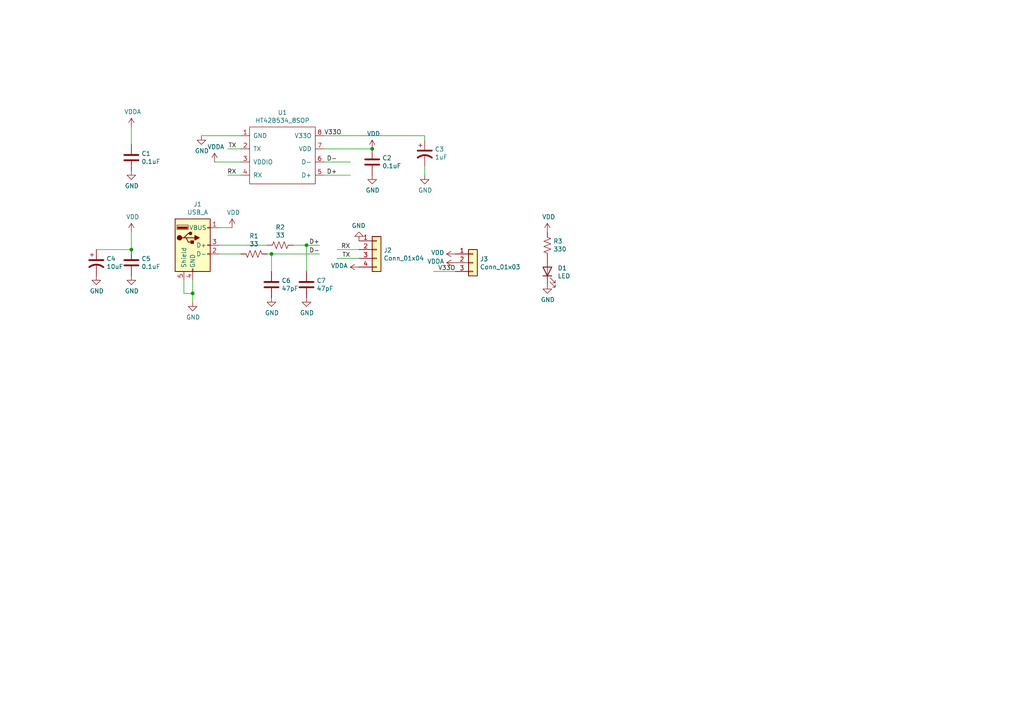
<source format=kicad_sch>
(kicad_sch (version 20230121) (generator eeschema)
  (paper "A4")
  (lib_symbols
    (symbol "Connector_Generic:Conn_01x03" (pin_names (offset 1.016) hide)
      (property "Reference" "J" (at 0 5.08 0))
      (property "Value" "Conn_01x03" (at 0 -5.08 0))
      (symbol "Conn_01x03_1_1"
        (rectangle (start -1.27 -2.413) (end 0 -2.667) (stroke (width 0.1524)))
        (rectangle (start -1.27 0.127) (end 0 -0.127) (stroke (width 0.1524)))
        (rectangle (start -1.27 2.667) (end 0 2.413) (stroke (width 0.1524)))
        (rectangle (start -1.27 3.81) (end 1.27 -3.81) (stroke (width 0.254)) (fill (type background)))
        (pin passive line (at -5.08 2.54 0) (length 3.81) (name "Pin_1") (number "1"))
        (pin passive line (at -5.08 0 0) (length 3.81) (name "Pin_2") (number "2"))
        (pin passive line (at -5.08 -2.54 0) (length 3.81) (name "Pin_3") (number "3"))
      )
    )
    (symbol "Connector_Generic:Conn_01x04" (pin_names (offset 1.016) hide)
      (property "Reference" "J" (at 0 5.08 0))
      (property "Value" "Conn_01x04" (at 0 -7.62 0))
      (symbol "Conn_01x04_1_1"
        (rectangle (start -1.27 -4.953) (end 0 -5.207) (stroke (width 0.1524)))
        (rectangle (start -1.27 -2.413) (end 0 -2.667) (stroke (width 0.1524)))
        (rectangle (start -1.27 0.127) (end 0 -0.127) (stroke (width 0.1524)))
        (rectangle (start -1.27 2.667) (end 0 2.413) (stroke (width 0.1524)))
        (rectangle (start -1.27 3.81) (end 1.27 -6.35) (stroke (width 0.254)) (fill (type background)))
        (pin passive line (at -5.08 2.54 0) (length 3.81) (name "Pin_1") (number "1"))
        (pin passive line (at -5.08 0 0) (length 3.81) (name "Pin_2") (number "2"))
        (pin passive line (at -5.08 -2.54 0) (length 3.81) (name "Pin_3") (number "3"))
        (pin passive line (at -5.08 -5.08 0) (length 3.81) (name "Pin_4") (number "4"))
      )
    )
    (symbol "Custom:HT42B534_8SOP" (pin_names (offset 1.016))
      (property "Reference" "U" (at -8.89 12.7 0))
      (property "Value" "HT42B534_8SOP" (at 3.81 12.7 0))
      (property "Product" "https://item.szlcsc.com/504007.html" (at 0 0 0))
      (symbol "HT42B534_8SOP_0_1"
        (rectangle (start -10.16 11.43) (end 8.89 -5.08))
      )
      (symbol "HT42B534_8SOP_1_1"
        (pin power_in line (at -12.7 8.89 0) (length 2.54) (name "GND") (number "1"))
        (pin output line (at -12.7 5.08 0) (length 2.54) (name "TX") (number "2"))
        (pin input line (at -12.7 1.27 0) (length 2.54) (name "VDDIO") (number "3"))
        (pin input line (at -12.7 -2.54 0) (length 2.54) (name "RX") (number "4"))
        (pin bidirectional line (at 11.43 -2.54 180) (length 2.54) (name "D+") (number "5"))
        (pin bidirectional line (at 11.43 1.27 180) (length 2.54) (name "D-") (number "6"))
        (pin power_in line (at 11.43 5.08 180) (length 2.54) (name "VDD") (number "7"))
        (pin power_out line (at 11.43 8.89 180) (length 2.54) (name "V33O") (number "8"))
      )
    )
    (symbol "Custom:USB_A_DEVICE" (pin_names (offset 1.016))
      (property "Reference" "J" (at -5.08 11.43 0))
      (property "Value" "USB_A_DEVICE" (at -5.08 8.89 0))
      (property "Product" "https://item.szlcsc.com/98530.html" (at 0 0 0))
      (symbol "USB_A_DEVICE_0_1"
        (rectangle (start -5.08 -7.62) (end 5.08 7.62) (stroke (width 0.254)) (fill (type background)))
        (circle (center -3.81 2.159) (radius 0.635) (stroke (width 0.254)) (fill (type outline)))
        (rectangle (start -1.524 4.826) (end -4.318 5.334) (fill (type outline)))
        (rectangle (start -1.27 4.572) (end -4.572 5.842))
        (circle (center -0.635 3.429) (radius 0.381) (stroke (width 0.254)) (fill (type outline)))
        (rectangle (start -0.127 -7.62) (end 0.127 -6.858))
        (polyline (pts (xy -3.175 2.159) (xy -2.54 2.159) (xy -1.27 3.429) (xy -0.635 3.429)) (stroke (width 0.254)))
        (polyline (pts (xy -2.54 2.159) (xy -1.905 2.159) (xy -1.27 0.889) (xy 0 0.889)) (stroke (width 0.254)))
        (polyline (pts (xy 0.635 2.794) (xy 0.635 1.524) (xy 1.905 2.159) (xy 0.635 2.794)) (stroke (width 0.254)) (fill (type outline)))
        (rectangle (start 0.254 1.27) (end -0.508 0.508) (stroke (width 0.254)) (fill (type outline)))
        (rectangle (start 5.08 -2.667) (end 4.318 -2.413))
        (rectangle (start 5.08 -0.127) (end 4.318 0.127))
        (rectangle (start 5.08 4.953) (end 4.318 5.207))
      )
      (symbol "USB_A_DEVICE_1_1"
        (polyline (pts (xy -1.905 2.159) (xy 0.635 2.159)) (stroke (width 0.254)))
        (pin power_out line (at 7.62 5.08 180) (length 2.54) (name "VBUS") (number "1"))
        (pin bidirectional line (at 7.62 -2.54 180) (length 2.54) (name "D-") (number "2"))
        (pin bidirectional line (at 7.62 0 180) (length 2.54) (name "D+") (number "3"))
        (pin power_out line (at 0 -10.16 90) (length 2.54) (name "GND") (number "4"))
        (pin passive line (at -2.54 -10.16 90) (length 2.54) (name "Shield") (number "5"))
      )
    )
    (symbol "Device:C" (pin_numbers hide) (pin_names (offset 0.254))
      (property "Reference" "C" (at 0.635 2.54 0))
      (property "Value" "C" (at 0.635 -2.54 0))
      (symbol "C_0_1"
        (polyline (pts (xy -2.032 -0.762) (xy 2.032 -0.762)) (stroke (width 0.508)))
        (polyline (pts (xy -2.032 0.762) (xy 2.032 0.762)) (stroke (width 0.508)))
      )
      (symbol "C_1_1"
        (pin passive line (at 0 3.81 270) (length 2.794) (name "~") (number "1"))
        (pin passive line (at 0 -3.81 90) (length 2.794) (name "~") (number "2"))
      )
    )
    (symbol "Device:CP1" (pin_numbers hide) (pin_names (offset 0.254) hide)
      (property "Reference" "C" (at 0.635 2.54 0))
      (property "Value" "Device_CP1" (at 0.635 -2.54 0))
      (symbol "CP1_0_1"
        (polyline (pts (xy -2.032 0.762) (xy 2.032 0.762)) (stroke (width 0.508)))
        (polyline (pts (xy -1.778 2.286) (xy -0.762 2.286)))
        (polyline (pts (xy -1.27 1.778) (xy -1.27 2.794)))
        (arc (start 2.032 -1.27) (mid 0 -0.5572) (end -2.032 -1.27) (stroke (width 0.508)))
      )
      (symbol "CP1_1_1"
        (pin passive line (at 0 3.81 270) (length 2.794) (name "~") (number "1"))
        (pin passive line (at 0 -3.81 90) (length 3.302) (name "~") (number "2"))
      )
    )
    (symbol "Device:LED" (pin_numbers hide) (pin_names (offset 1.016) hide)
      (property "Reference" "D" (at 0 2.54 0))
      (property "Value" "LED" (at 0 -2.54 0))
      (symbol "LED_0_1"
        (polyline (pts (xy -1.27 -1.27) (xy -1.27 1.27)) (stroke (width 0.254)))
        (polyline (pts (xy -1.27 0) (xy 1.27 0)))
        (polyline (pts (xy 1.27 -1.27) (xy 1.27 1.27) (xy -1.27 0) (xy 1.27 -1.27)) (stroke (width 0.254)))
        (polyline (pts (xy -3.048 -0.762) (xy -4.572 -2.286) (xy -3.81 -2.286) (xy -4.572 -2.286) (xy -4.572 -1.524)))
        (polyline (pts (xy -1.778 -0.762) (xy -3.302 -2.286) (xy -2.54 -2.286) (xy -3.302 -2.286) (xy -3.302 -1.524)))
      )
      (symbol "LED_1_1"
        (pin passive line (at -3.81 0 0) (length 2.54) (name "K") (number "1"))
        (pin passive line (at 3.81 0 180) (length 2.54) (name "A") (number "2"))
      )
    )
    (symbol "Device:R_US" (pin_numbers hide) (pin_names (offset 0))
      (property "Reference" "R" (at 2.54 0 90))
      (property "Value" "R_US" (at -2.54 0 90))
      (symbol "R_US_0_1"
        (polyline (pts (xy 0 -2.286) (xy 0 -2.54)))
        (polyline (pts (xy 0 2.286) (xy 0 2.54)))
        (polyline (pts (xy 0 -0.762) (xy 1.016 -1.143) (xy 0 -1.524) (xy -1.016 -1.905) (xy 0 -2.286)))
        (polyline (pts (xy 0 0.762) (xy 1.016 0.381) (xy 0 0) (xy -1.016 -0.381) (xy 0 -0.762)))
        (polyline (pts (xy 0 2.286) (xy 1.016 1.905) (xy 0 1.524) (xy -1.016 1.143) (xy 0 0.762)))
      )
      (symbol "R_US_1_1"
        (pin passive line (at 0 3.81 270) (length 1.27) (name "~") (number "1"))
        (pin passive line (at 0 -3.81 90) (length 1.27) (name "~") (number "2"))
      )
    )
    (symbol "power:GND" (power) (pin_names (offset 0))
      (property "Value" "GND" (at 0 -3.81 0))
      (symbol "GND_0_1"
        (polyline (pts (xy 0 0) (xy 0 -1.27) (xy 1.27 -1.27) (xy 0 -2.54) (xy -1.27 -1.27) (xy 0 -1.27)))
      )
      (symbol "GND_1_1"
        (pin power_in line (at 0 0 270) (length 0) hide (name "GND") (number "1"))
      )
    )
    (symbol "power:VDD" (power) (pin_names (offset 0))
      (property "Value" "VDD" (at 0 3.81 0))
      (symbol "VDD_0_1"
        (polyline (pts (xy -0.762 1.27) (xy 0 2.54)))
        (polyline (pts (xy 0 0) (xy 0 2.54)))
        (polyline (pts (xy 0 2.54) (xy 0.762 1.27)))
      )
      (symbol "VDD_1_1"
        (pin power_in line (at 0 0 90) (length 0) hide (name "VDD") (number "1"))
      )
    )
    (symbol "power:VDDA" (power) (pin_names (offset 0))
      (property "Value" "VDDA" (at 0 3.81 0))
      (symbol "VDDA_0_1"
        (polyline (pts (xy -0.762 1.27) (xy 0 2.54)))
        (polyline (pts (xy 0 0) (xy 0 2.54)))
        (polyline (pts (xy 0 2.54) (xy 0.762 1.27)))
      )
      (symbol "VDDA_1_1"
        (pin power_in line (at 0 0 90) (length 0) hide (name "VDDA") (number "1"))
      )
    )
  )
  (junction (at 88.9 71.12))
  (junction (at 55.88 85.09))
  (junction (at 107.95 43.18))
  (junction (at 78.74 73.66))
  (junction (at 38.1 72.39))
  (wire (pts (xy 88.9 71.12) (xy 88.9 78.74)))
  (wire (pts (xy 93.98 50.8) (xy 101.6 50.8)))
  (wire (pts (xy 62.23 46.99) (xy 69.85 46.99)))
  (wire (pts (xy 77.47 73.66) (xy 78.74 73.66)))
  (wire (pts (xy 93.98 39.37) (xy 123.19 39.37)))
  (wire (pts (xy 53.34 81.28) (xy 53.34 85.09)))
  (wire (pts (xy 66.04 43.18) (xy 69.85 43.18)))
  (wire (pts (xy 63.5 73.66) (xy 69.85 73.66)))
  (wire (pts (xy 125.73 78.74) (xy 132.08 78.74)))
  (wire (pts (xy 123.19 48.26) (xy 123.19 50.8)))
  (wire (pts (xy 78.74 73.66) (xy 78.74 78.74)))
  (wire (pts (xy 38.1 41.91) (xy 38.1 36.83)))
  (wire (pts (xy 93.98 43.18) (xy 107.95 43.18)))
  (wire (pts (xy 78.74 73.66) (xy 92.71 73.66)))
  (wire (pts (xy 97.79 74.93) (xy 104.14 74.93)))
  (wire (pts (xy 123.19 39.37) (xy 123.19 40.64)))
  (wire (pts (xy 53.34 85.09) (xy 55.88 85.09)))
  (wire (pts (xy 66.04 50.8) (xy 69.85 50.8)))
  (wire (pts (xy 93.98 46.99) (xy 101.6 46.99)))
  (wire (pts (xy 55.88 81.28) (xy 55.88 85.09)))
  (wire (pts (xy 55.88 85.09) (xy 55.88 87.63)))
  (wire (pts (xy 27.94 72.39) (xy 38.1 72.39)))
  (wire (pts (xy 58.42 39.37) (xy 69.85 39.37)))
  (wire (pts (xy 63.5 71.12) (xy 77.47 71.12)))
  (wire (pts (xy 85.09 71.12) (xy 88.9 71.12)))
  (wire (pts (xy 97.79 72.39) (xy 104.14 72.39)))
  (wire (pts (xy 38.1 67.31) (xy 38.1 72.39)))
  (wire (pts (xy 63.5 66.04) (xy 67.31 66.04)))
  (wire (pts (xy 88.9 71.12) (xy 92.71 71.12)))
  (label "D+" (at 92.71 71.12 180))
  (label "V33O" (at 99.06 39.37 180))
  (label "TX" (at 68.58 43.18 180))
  (label "D-" (at 92.71 73.66 180))
  (label "RX" (at 68.58 50.8 180))
  (label "D-" (at 97.79 46.99 180))
  (label "D+" (at 97.79 50.8 180))
  (label "RX" (at 101.6 72.39 180))
  (label "TX" (at 101.6 74.93 180))
  (label "V33O" (at 132.08 78.74 180))
  (symbol (lib_id "Custom:HT42B534_8SOP") (at 82.55 48.26 0) (unit 1)
    (property "Reference" "U1" (at 81.915 32.639 0))
    (property "Value" "HT42B534_8SOP" (at 81.915 34.9504 0))
    (property "Footprint" "Package_SO:SOP-8_3.9x4.9mm_P1.27mm" (effects hide))
    (property "Datasheet" "https://www.holtek.com/documents/10179/116711/HT42B534-xv110.pdf" (effects hide))
    (property "Product" "https://item.szlcsc.com/504007.html" (effects hide))
  )
  (symbol (lib_id "power:GND") (at 58.42 39.37 0) (unit 1)
    (property "Reference" "#PWR0101" (effects hide))
    (property "Value" "GND" (at 58.547 43.7642 0))
  )
  (symbol (lib_id "Device:C") (at 107.95 46.99 0) (unit 1)
    (property "Reference" "C2" (at 110.871 45.8216 0) (effects (justify left)))
    (property "Value" "0.1uF" (at 110.871 48.133 0) (effects (justify left)))
    (property "Footprint" "Capacitor_SMD:C_0603_1608Metric_Pad1.08x0.95mm_HandSolder" (effects hide))
  )
  (symbol (lib_id "power:GND") (at 107.95 50.8 0) (unit 1)
    (property "Reference" "#PWR0111" (effects hide))
    (property "Value" "GND" (at 108.077 55.1942 0))
  )
  (symbol (lib_id "power:GND") (at 123.19 50.8 0) (unit 1)
    (property "Reference" "#PWR0110" (effects hide))
    (property "Value" "GND" (at 123.317 55.1942 0))
  )
  (symbol (lib_id "Device:CP1") (at 123.19 44.45 0) (unit 1)
    (property "Reference" "C3" (at 126.111 43.2816 0) (effects (justify left)))
    (property "Value" "1uF" (at 126.111 45.593 0) (effects (justify left)))
    (property "Footprint" "Capacitor_SMD:C_0603_1608Metric_Pad1.08x0.95mm_HandSolder" (effects hide))
  )
  (symbol (lib_id "Device:C") (at 38.1 45.72 0) (unit 1)
    (property "Reference" "C1" (at 41.021 44.5516 0) (effects (justify left)))
    (property "Value" "0.1uF" (at 41.021 46.863 0) (effects (justify left)))
    (property "Footprint" "Capacitor_SMD:C_0603_1608Metric_Pad1.08x0.95mm_HandSolder" (effects hide))
  )
  (symbol (lib_id "power:GND") (at 38.1 49.53 0) (unit 1)
    (property "Reference" "#PWR0102" (effects hide))
    (property "Value" "GND" (at 38.227 53.9242 0))
  )
  (symbol (lib_id "Custom:USB_A_DEVICE") (at 55.88 71.12 0) (unit 1)
    (property "Reference" "J1" (at 57.3278 59.2582 0))
    (property "Value" "USB_A" (at 57.3278 61.5696 0))
    (property "Footprint" "Connector_USB:USB_A_CNCTech_1001-011-01101_Horizontal" (effects hide))
    (property "Product" "https://item.szlcsc.com/98530.html" (effects hide))
  )
  (symbol (lib_id "Device:R_US") (at 81.28 71.12 270) (unit 1)
    (property "Reference" "R2" (at 81.28 65.913 90))
    (property "Value" "33" (at 81.28 68.2244 90))
    (property "Footprint" "Resistor_SMD:R_0603_1608Metric_Pad0.98x0.95mm_HandSolder" (effects hide))
  )
  (symbol (lib_id "Device:R_US") (at 73.66 73.66 270) (mirror x) (unit 1)
    (property "Reference" "R1" (at 73.66 68.453 90))
    (property "Value" "33" (at 73.66 70.7644 90))
    (property "Footprint" "Resistor_SMD:R_0603_1608Metric_Pad0.98x0.95mm_HandSolder" (effects hide))
  )
  (symbol (lib_id "Device:C") (at 78.74 82.55 0) (unit 1)
    (property "Reference" "C6" (at 81.661 81.3816 0) (effects (justify left)))
    (property "Value" "47pF" (at 81.661 83.693 0) (effects (justify left)))
    (property "Footprint" "Capacitor_SMD:C_0603_1608Metric_Pad1.08x0.95mm_HandSolder" (effects hide))
  )
  (symbol (lib_id "Device:C") (at 88.9 82.55 0) (unit 1)
    (property "Reference" "C7" (at 91.821 81.3816 0) (effects (justify left)))
    (property "Value" "47pF" (at 91.821 83.693 0) (effects (justify left)))
    (property "Footprint" "Capacitor_SMD:C_0603_1608Metric_Pad1.08x0.95mm_HandSolder" (effects hide))
  )
  (symbol (lib_id "power:GND") (at 78.74 86.36 0) (unit 1)
    (property "Reference" "#PWR0103" (effects hide))
    (property "Value" "GND" (at 78.867 90.7542 0))
  )
  (symbol (lib_id "power:GND") (at 88.9 86.36 0) (unit 1)
    (property "Reference" "#PWR0104" (effects hide))
    (property "Value" "GND" (at 89.027 90.7542 0))
  )
  (symbol (lib_id "power:GND") (at 55.88 87.63 0) (unit 1)
    (property "Reference" "#PWR0105" (effects hide))
    (property "Value" "GND" (at 56.007 92.0242 0))
  )
  (symbol (lib_id "power:VDD") (at 107.95 43.18 0) (unit 1)
    (property "Reference" "#PWR0106" (effects hide))
    (property "Value" "VDD" (at 108.331 38.7858 0))
  )
  (symbol (lib_id "power:VDDA") (at 62.23 46.99 0) (unit 1)
    (property "Reference" "#PWR0107" (effects hide))
    (property "Value" "VDDA" (at 62.611 42.5958 0))
  )
  (symbol (lib_id "power:VDDA") (at 38.1 36.83 0) (unit 1)
    (property "Reference" "#PWR0108" (effects hide))
    (property "Value" "VDDA" (at 38.481 32.4358 0))
  )
  (symbol (lib_id "power:VDD") (at 38.1 67.31 0) (unit 1)
    (property "Reference" "#PWR0109" (effects hide))
    (property "Value" "VDD" (at 38.481 62.9158 0))
  )
  (symbol (lib_id "Device:CP1") (at 27.94 76.2 0) (unit 1)
    (property "Reference" "C4" (at 30.861 75.0316 0) (effects (justify left)))
    (property "Value" "10uF" (at 30.861 77.343 0) (effects (justify left)))
    (property "Footprint" "Capacitor_SMD:C_0603_1608Metric_Pad1.08x0.95mm_HandSolder" (effects hide))
  )
  (symbol (lib_id "Device:C") (at 38.1 76.2 0) (unit 1)
    (property "Reference" "C5" (at 41.021 75.0316 0) (effects (justify left)))
    (property "Value" "0.1uF" (at 41.021 77.343 0) (effects (justify left)))
    (property "Footprint" "Capacitor_SMD:C_0603_1608Metric_Pad1.08x0.95mm_HandSolder" (effects hide))
  )
  (symbol (lib_id "power:GND") (at 27.94 80.01 0) (unit 1)
    (property "Reference" "#PWR0112" (effects hide))
    (property "Value" "GND" (at 28.067 84.4042 0))
  )
  (symbol (lib_id "power:GND") (at 38.1 80.01 0) (unit 1)
    (property "Reference" "#PWR0113" (effects hide))
    (property "Value" "GND" (at 38.227 84.4042 0))
  )
  (symbol (lib_id "Connector_Generic:Conn_01x04") (at 109.22 72.39 0) (unit 1)
    (property "Reference" "J2" (at 111.252 72.5932 0) (effects (justify left)))
    (property "Value" "Conn_01x04" (at 111.252 74.9046 0) (effects (justify left)))
    (property "Footprint" "Connector_PinHeader_2.54mm:PinHeader_1x04_P2.54mm_Horizontal" (effects hide))
  )
  (symbol (lib_id "power:VDDA") (at 104.14 77.47 90) (unit 1)
    (property "Reference" "#PWR0115" (effects hide))
    (property "Value" "VDDA" (at 100.8888 77.089 90) (effects (justify left)))
  )
  (symbol (lib_id "power:GND") (at 104.14 69.85 180) (unit 1)
    (property "Reference" "#PWR0116" (effects hide))
    (property "Value" "GND" (at 104.013 65.4558 0))
  )
  (symbol (lib_id "power:VDD") (at 158.75 67.31 0) (unit 1)
    (property "Reference" "#PWR0117" (effects hide))
    (property "Value" "VDD" (at 159.131 62.9158 0))
  )
  (symbol (lib_id "Device:R_US") (at 158.75 71.12 0) (unit 1)
    (property "Reference" "R3" (at 160.4772 69.9516 0) (effects (justify left)))
    (property "Value" "330" (at 160.4772 72.263 0) (effects (justify left)))
    (property "Footprint" "Resistor_SMD:R_0603_1608Metric_Pad0.98x0.95mm_HandSolder" (effects hide))
  )
  (symbol (lib_id "Device:LED") (at 158.75 78.74 90) (unit 1)
    (property "Reference" "D1" (at 161.7472 77.7494 90) (effects (justify right)))
    (property "Value" "LED" (at 161.7472 80.0608 90) (effects (justify right)))
    (property "Footprint" "Diode_SMD:D_0603_1608Metric_Pad1.05x0.95mm_HandSolder" (effects hide))
  )
  (symbol (lib_id "power:GND") (at 158.75 82.55 0) (unit 1)
    (property "Reference" "#PWR0118" (effects hide))
    (property "Value" "GND" (at 158.877 86.9442 0))
  )
  (symbol (lib_id "power:VDD") (at 67.31 66.04 0) (unit 1)
    (property "Reference" "#PWR0119" (effects hide))
    (property "Value" "VDD" (at 67.691 61.6458 0))
  )
  (symbol (lib_id "Connector_Generic:Conn_01x03") (at 137.16 76.2 0) (unit 1)
    (property "Reference" "J3" (at 139.192 75.1332 0) (effects (justify left)))
    (property "Value" "Conn_01x03" (at 139.192 77.4446 0) (effects (justify left)))
    (property "Footprint" "Connector_PinHeader_2.54mm:PinHeader_1x03_P2.54mm_Vertical" (effects hide))
  )
  (symbol (lib_id "power:VDD") (at 132.08 73.66 90) (unit 1)
    (property "Reference" "#PWR0114" (effects hide))
    (property "Value" "VDD" (at 128.8542 73.279 90) (effects (justify left)))
  )
  (symbol (lib_id "power:VDDA") (at 132.08 76.2 90) (unit 1)
    (property "Reference" "#PWR0120" (effects hide))
    (property "Value" "VDDA" (at 128.8288 75.819 90) (effects (justify left)))
  )
)
</source>
